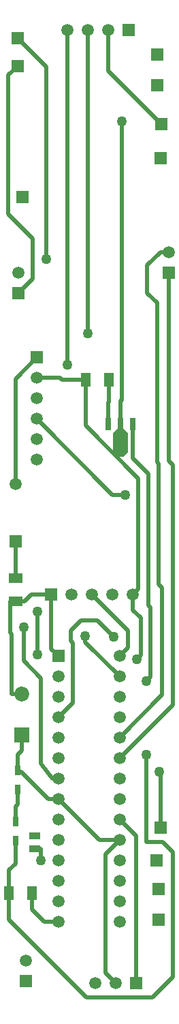
<source format=gbr>
G04 Layer_Physical_Order=1*
G04 Layer_Color=255*
%FSLAX26Y26*%
%MOIN*%
%TF.FileFunction,Copper,L1,Top,Signal*%
%TF.Part,Single*%
G01*
G75*
%TA.AperFunction,SMDPad,CuDef*%
%ADD10R,0.027559X0.062992*%
%ADD11R,0.031496X0.055118*%
%ADD12R,0.030000X0.045000*%
%ADD13R,0.070866X0.045276*%
%ADD14R,0.053150X0.037402*%
%ADD15R,0.045276X0.070866*%
%TA.AperFunction,Conductor*%
%ADD16C,0.019685*%
%TA.AperFunction,ComponentPad*%
%ADD17R,0.072835X0.072835*%
%ADD18C,0.072835*%
%ADD19R,0.059055X0.059055*%
%ADD20C,0.059055*%
%ADD21R,0.059055X0.059055*%
%TA.AperFunction,ViaPad*%
%ADD22C,0.050000*%
G36*
X6182402Y6327717D02*
Y6237165D01*
X6160748Y6215512D01*
X6129252D01*
X6107598Y6237165D01*
Y6327717D01*
X6129252Y6349370D01*
X6160748D01*
X6182402Y6327717D01*
D02*
G37*
D10*
X6204056Y6372992D02*
D03*
X6085944D02*
D03*
D11*
X6145000Y6376930D02*
D03*
D12*
X5640000Y4588740D02*
D03*
Y4681260D02*
D03*
X5630000Y4338740D02*
D03*
Y4431260D02*
D03*
D13*
Y5622086D02*
D03*
Y5507914D02*
D03*
D14*
X5725000Y4298504D02*
D03*
Y4361496D02*
D03*
D15*
X5712086Y4080000D02*
D03*
X5597914D02*
D03*
X6087086Y6590000D02*
D03*
X5972914D02*
D03*
D16*
X5640000Y4681260D02*
Y4758000D01*
X5660000Y4778000D01*
Y4855000D01*
X5735000Y6600000D02*
X5848000D01*
X5858000Y6590000D01*
X5972914D01*
X5597914Y4080000D02*
Y4193000D01*
X5630000Y4225086D01*
Y4338740D01*
Y4431260D02*
Y4505000D01*
X5640000Y4515000D01*
Y4588740D01*
X5630000Y5622086D02*
Y5800236D01*
X5595000Y8080000D02*
X5640000Y8125000D01*
X5595000Y7400000D02*
Y8080000D01*
Y7400000D02*
X5715000Y7280000D01*
Y7085000D02*
Y7280000D01*
X5645000Y7015000D02*
X5715000Y7085000D01*
X6140000Y4440000D02*
X6220000Y4360000D01*
Y3640000D02*
Y4360000D01*
X6085000Y8100000D02*
X6345000Y7840000D01*
X6085000Y8100000D02*
Y8300000D01*
X6070000Y4270000D02*
X6140000Y4340000D01*
X6070000Y3690000D02*
Y4270000D01*
Y3690000D02*
X6120000Y3640000D01*
X5840000Y4540000D02*
X6040000Y4340000D01*
X6140000D01*
X5725000Y4298504D02*
X5755000D01*
X6085944Y6372992D02*
Y6480000D01*
X6087086Y6481142D01*
Y6590000D01*
X5790488Y4540000D02*
X5840000D01*
X5656488Y4674000D02*
X5790488Y4540000D01*
X5640000Y4674000D02*
Y4681260D01*
X5971000Y5309000D02*
Y5336000D01*
Y5309000D02*
X6140000Y5140000D01*
Y4740000D02*
X6400000Y5000000D01*
Y6175000D01*
X6380000Y6195000D02*
X6400000Y6175000D01*
X6380000Y6195000D02*
Y7115000D01*
X5630000Y6595000D02*
X5735000Y6700000D01*
X5630000Y6079764D02*
Y6595000D01*
X5606000Y5507914D02*
X5630000D01*
X5606000Y5354000D02*
X5612000Y5348000D01*
Y5055000D02*
Y5348000D01*
Y5055000D02*
X5660000D01*
X6005000Y5540000D02*
X6181912Y5363088D01*
Y5281912D02*
Y5363088D01*
X6140000Y5240000D02*
X6181912Y5281912D01*
X5707400Y5540000D02*
X5805000D01*
X5675314Y5507914D02*
X5707400Y5540000D01*
X5630000Y5507914D02*
X5675314D01*
X6205000Y5465884D02*
Y5540000D01*
Y5465884D02*
X6242884Y5428000D01*
Y5243884D02*
Y5428000D01*
X6224000Y5225000D02*
X6242884Y5243884D01*
X6334844Y4675000D02*
X6340000Y4669844D01*
Y4400000D02*
Y4669844D01*
X6205000Y5540000D02*
X6232712Y5567712D01*
Y6107288D01*
X5972914Y6367086D02*
X6232712Y6107288D01*
X5972914Y6367086D02*
Y6590000D01*
X5840000Y4940000D02*
X5910000Y5010000D01*
Y5304000D01*
X5900000Y5314000D02*
X5910000Y5304000D01*
X5900000Y5314000D02*
Y5365688D01*
X5950000Y5415688D01*
X6031312D01*
X6112000Y5335000D01*
X6106000Y6029000D02*
X6167868D01*
X5735000Y6400000D02*
X6106000Y6029000D01*
X6341000Y7215000D02*
X6380000D01*
X6276000Y7150000D02*
X6341000Y7215000D01*
X6276000Y7014686D02*
Y7150000D01*
Y7014686D02*
X6324530Y6966156D01*
Y6188468D02*
Y6966156D01*
Y6188468D02*
X6332084Y6180914D01*
Y5591536D02*
Y6180914D01*
Y5591536D02*
X6349372Y5574248D01*
Y5049372D02*
Y5574248D01*
X6140000Y4840000D02*
X6349372Y5049372D01*
X6150000Y6492000D02*
Y7855000D01*
X6145000Y6487000D02*
X6150000Y6492000D01*
X6145000Y6376930D02*
Y6487000D01*
X5805000Y5275000D02*
X5840000Y5240000D01*
X5805000Y5275000D02*
Y5540000D01*
X5597914Y3950086D02*
Y4080000D01*
Y3950086D02*
X5978000Y3570000D01*
X6300000D01*
X6400000Y3670000D01*
Y4280000D01*
X6350000Y4330000D02*
X6400000Y4280000D01*
X6270000Y4330000D02*
X6350000D01*
X6270000D02*
Y4756000D01*
Y5116000D02*
X6292570Y5138570D01*
Y5477896D01*
X6282398Y5488068D02*
X6292570Y5477896D01*
X6282398Y5488068D02*
Y6130384D01*
X6204056Y6208726D02*
X6282398Y6130384D01*
X6204056Y6208726D02*
Y6372992D01*
X5985000Y6818000D02*
Y8300000D01*
X5885000Y6664000D02*
Y8300000D01*
X5772086Y3940000D02*
X5840000D01*
X5712086Y4000000D02*
X5772086Y3940000D01*
X5712086Y4000000D02*
Y4080000D01*
X5671000Y5216000D02*
Y5380000D01*
Y5216000D02*
X5755000Y5132000D01*
Y4713000D02*
Y5132000D01*
Y4713000D02*
X5810000Y4640000D01*
X5840000D01*
X5737000Y5246000D02*
Y5458000D01*
X5780000Y7180000D02*
Y8120000D01*
X5640000Y8260000D02*
X5780000Y8120000D01*
X5755000Y4240000D02*
Y4298504D01*
X5640000Y4674000D02*
X5656488D01*
X5606000Y5354000D02*
Y5507914D01*
D17*
X5660000Y4855000D02*
D03*
D18*
Y5055000D02*
D03*
D19*
X6220000Y3640000D02*
D03*
X6185000Y8300000D02*
D03*
X5665000Y7485000D02*
D03*
X5805000Y5540000D02*
D03*
X5840000Y5240000D02*
D03*
D20*
X6120000Y3640000D02*
D03*
X6020000D02*
D03*
X5885000Y8300000D02*
D03*
X5985000D02*
D03*
X6085000D02*
D03*
X6380000Y7215000D02*
D03*
X5645000Y7115000D02*
D03*
X5630000Y6079764D02*
D03*
X6205000Y5540000D02*
D03*
X6105000D02*
D03*
X6005000D02*
D03*
X5905000D02*
D03*
X5840000Y5140000D02*
D03*
Y5040000D02*
D03*
Y4940000D02*
D03*
Y4840000D02*
D03*
Y4740000D02*
D03*
Y4640000D02*
D03*
Y4540000D02*
D03*
Y4440000D02*
D03*
Y4340000D02*
D03*
Y4240000D02*
D03*
Y4140000D02*
D03*
Y4040000D02*
D03*
Y3940000D02*
D03*
X6140000Y5240000D02*
D03*
Y5140000D02*
D03*
Y5040000D02*
D03*
Y4940000D02*
D03*
Y4840000D02*
D03*
Y4740000D02*
D03*
Y4640000D02*
D03*
Y4540000D02*
D03*
Y4440000D02*
D03*
Y4340000D02*
D03*
Y4240000D02*
D03*
Y4140000D02*
D03*
Y4040000D02*
D03*
Y3940000D02*
D03*
X5735000Y6600000D02*
D03*
Y6500000D02*
D03*
Y6400000D02*
D03*
Y6300000D02*
D03*
Y6200000D02*
D03*
X5680000Y3750000D02*
D03*
D21*
X5640000Y8260000D02*
D03*
X6380000Y7115000D02*
D03*
X5645000Y7015000D02*
D03*
X6340000Y7675000D02*
D03*
X6345000Y7840000D02*
D03*
X5630000Y5800236D02*
D03*
X6325000Y8180000D02*
D03*
X5640000Y8125000D02*
D03*
X6325000Y8030000D02*
D03*
X6330000Y3950000D02*
D03*
Y4100000D02*
D03*
X6320000Y4240000D02*
D03*
X6340000Y4400000D02*
D03*
X5735000Y6700000D02*
D03*
X5680000Y3650000D02*
D03*
D22*
X5755000Y4240000D02*
D03*
X5971000Y5336000D02*
D03*
X6224000Y5225000D02*
D03*
X6334844Y4675000D02*
D03*
X6112000Y5335000D02*
D03*
X6167868Y6029000D02*
D03*
X6150000Y7855000D02*
D03*
X6270000Y4756000D02*
D03*
Y5116000D02*
D03*
X5985000Y6818000D02*
D03*
X5885000Y6664000D02*
D03*
X5671000Y5380000D02*
D03*
X5737000Y5246000D02*
D03*
Y5458000D02*
D03*
X5780000Y7180000D02*
D03*
%TF.MD5,B436EA4F8CEAC73DEF4805CAFEE9892E*%
M02*

</source>
